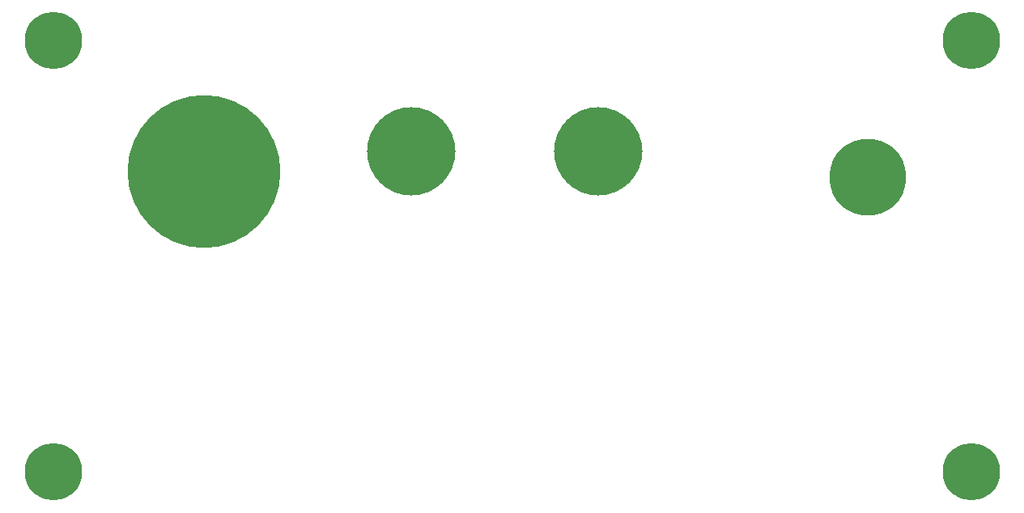
<source format=gbr>
%TF.GenerationSoftware,KiCad,Pcbnew,9.0.2*%
%TF.CreationDate,2025-05-19T10:19:53-04:00*%
%TF.ProjectId,backPanel,6261636b-5061-46e6-956c-2e6b69636164,rev?*%
%TF.SameCoordinates,Original*%
%TF.FileFunction,Soldermask,Top*%
%TF.FilePolarity,Negative*%
%FSLAX46Y46*%
G04 Gerber Fmt 4.6, Leading zero omitted, Abs format (unit mm)*
G04 Created by KiCad (PCBNEW 9.0.2) date 2025-05-19 10:19:53*
%MOMM*%
%LPD*%
G01*
G04 APERTURE LIST*
%ADD10C,6.000000*%
%ADD11C,8.000000*%
%ADD12C,16.000000*%
%ADD13C,9.250000*%
G04 APERTURE END LIST*
D10*
%TO.C,J8*%
X94000000Y-129875000D03*
%TD*%
%TO.C,J5*%
X94000000Y-84735000D03*
%TD*%
%TO.C,J7*%
X190020000Y-129875000D03*
%TD*%
D11*
%TO.C,J4*%
X179200000Y-98995000D03*
%TD*%
D12*
%TO.C,J1*%
X109750000Y-98390000D03*
%TD*%
D10*
%TO.C,J6*%
X190020000Y-84735000D03*
%TD*%
D13*
%TO.C,J2*%
X151000000Y-96270000D03*
%TD*%
%TO.C,J3*%
X131500000Y-96270000D03*
%TD*%
M02*

</source>
